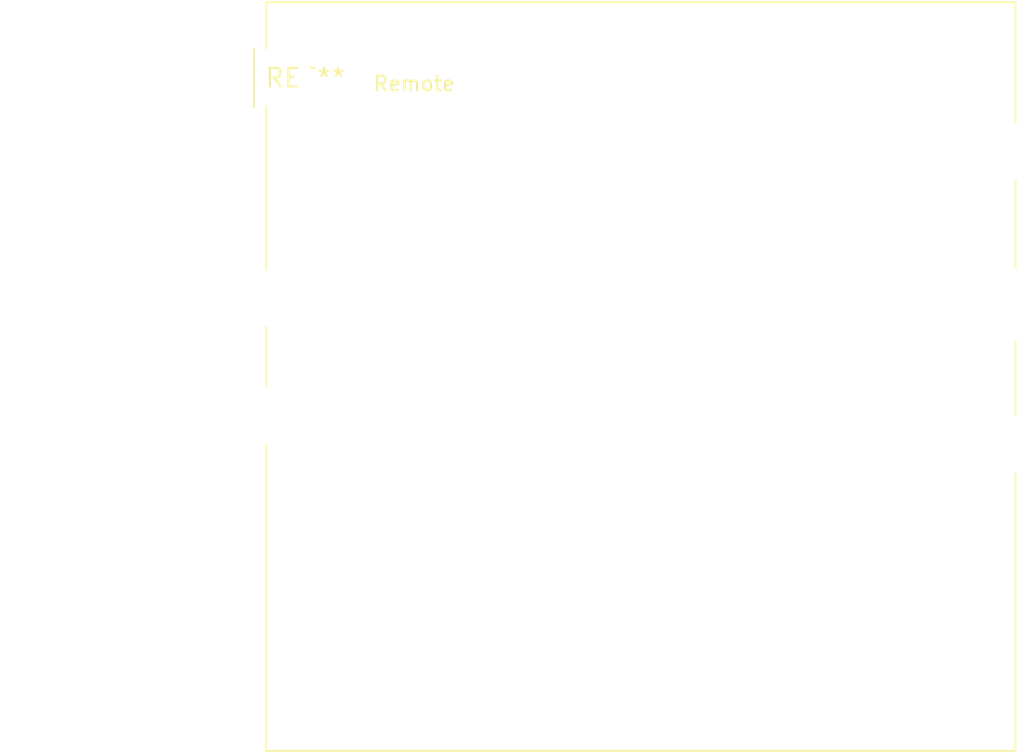
<source format=kicad_pcb>
(kicad_pcb (version 20240108) (generator pcbnew)
  (layers (0 "F.Cu" signal) (31 "B.Cu" signal) (34 "B.Paste" user) (35 "F.Paste" user) (36 "B.SilkS" user "B.Silkscreen") (37 "F.SilkS" user "F.Silkscreen") (38 "B.Mask" user) (39 "F.Mask" user) (44 "Edge.Cuts" user))
  (net 0 "")
  (footprint "Converter_DCDC_Cincon_EC6Cxx_Single_THT" (layer "F.Cu") (at 0 0)
    (property "Reference" "REF**")
    (property "Value" "Converter_DCDC_Cincon_EC6Cxx_Single_THT")
    (fp_line (start -3.5 -2) (end -3.5 2) (layer "F.SilkS") (stroke (width 0.12)))
    (fp_line (start -2.66 -5.16) (end 48.38 -5.16) (layer "F.SilkS") (stroke (width 0.12)))
    (fp_line (start -2.66 -2) (end -2.66 -5.16) (layer "F.SilkS") (stroke (width 0.12)))
    (fp_line (start -2.66 2) (end -2.66 13) (layer "F.SilkS") (stroke (width 0.12)))
    (fp_line (start -2.66 17) (end -2.66 21) (layer "F.SilkS") (stroke (width 0.12)))
    (fp_line (start -2.66 25) (end -2.66 45.88) (layer "F.SilkS") (stroke (width 0.12)))
    (fp_line (start 48.38 -5.16) (end 48.38 3) (layer "F.SilkS") (stroke (width 0.12)))
    (fp_line (start 48.38 7) (end 48.38 13) (layer "F.SilkS") (stroke (width 0.12)))
    (fp_line (start 48.38 18) (end 48.38 23) (layer "F.SilkS") (stroke (width 0.12)))
    (fp_line (start 48.38 27) (end 48.38 45.88) (layer "F.SilkS") (stroke (width 0.12)))
    (fp_line (start 48.38 45.88) (end -2.66 45.88) (layer "F.SilkS") (stroke (width 0.12)))
    (fp_text user "Remote" (at 7.413874 0.390812 0) (layer "F.SilkS"))
    (pad "1" thru_hole rect (at 0 0) (size 5.99948 2.54) (drill 1.524) (layers *.Cu *.Mask) (remove_unused_layers))
    (pad "3" thru_hole oval (at 0 15.24) (size 6 2.54) (drill 1.524) (layers *.Cu *.Mask) (remove_unused_layers))
    (pad "4" thru_hole oval (at 0 22.86) (size 6 2.54) (drill 1.524) (layers *.Cu *.Mask) (remove_unused_layers))
    (pad "5" thru_hole oval (at 45.72 5.08) (size 5.99948 2.54) (drill 1.524) (layers *.Cu *.Mask) (remove_unused_layers))
    (pad "6" thru_hole oval (at 45.72 15.24) (size 6 2.54) (drill 1.524) (layers *.Cu *.Mask) (remove_unused_layers))
    (pad "7" thru_hole oval (at 45.72 25.4) (size 6 2.54) (drill 1.524) (layers *.Cu *.Mask) (remove_unused_layers))
  )
)
</source>
